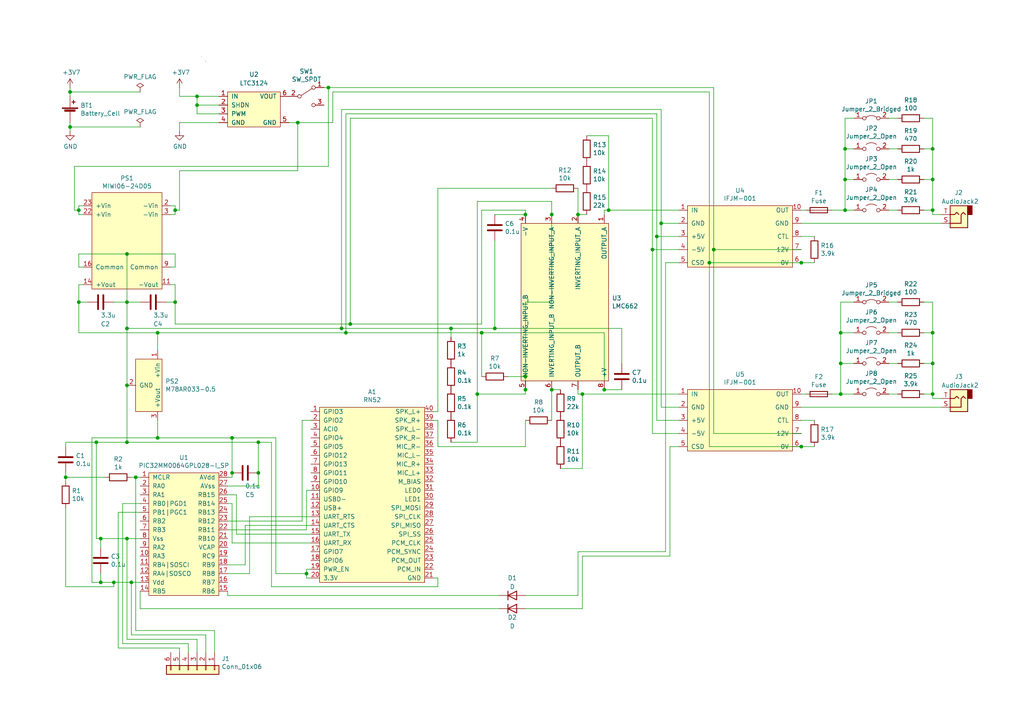
<source format=kicad_sch>
(kicad_sch (version 20211123) (generator eeschema)
  (paper "A4")
  (title_block (title "Circuit for EiMS Device") (date "2021-07-13") (rev "1.5") (company "Tokyo Tech") (comment 1 "Designed by Hiroki Ohara"))
  (lib_symbols
    (symbol "Connector:AudioJack2"
      (property "Reference" "J" (at 0 8.89 0))
      (property "Value" "AudioJack2" (at 0 6.35 0))
      (symbol "AudioJack2_0_1"
        (rectangle (start -3.81 0) (end -2.54 -2.54) (stroke (width 0.254)) (fill (type outline)))
        (rectangle (start -2.54 3.81) (end 2.54 -2.54) (stroke (width 0.254)) (fill (type background)))
        (polyline (pts (xy 0 0) (xy 0.635 -0.635) (xy 1.27 0) (xy 2.54 0)) (stroke (width 0.254)))
        (polyline (pts (xy 2.54 2.54) (xy -0.635 2.54) (xy -0.635 0) (xy -1.27 -0.635) (xy -1.905 0)) (stroke (width 0.254)))
      )
      (symbol "AudioJack2_1_1"
        (pin passive line (at 5.08 2.54 180) (length 2.54) (name "~") (number "S"))
        (pin passive line (at 5.08 0 180) (length 2.54) (name "~") (number "T"))
      )
    )
    (symbol "Connector_Generic:Conn_01x06" (pin_names (offset 1.016) hide)
      (property "Reference" "J" (at 0 7.62 0))
      (property "Value" "Conn_01x06" (at 0 -10.16 0))
      (symbol "Conn_01x06_1_1"
        (rectangle (start -1.27 -7.493) (end 0 -7.747) (stroke (width 0.1524)))
        (rectangle (start -1.27 -4.953) (end 0 -5.207) (stroke (width 0.1524)))
        (rectangle (start -1.27 -2.413) (end 0 -2.667) (stroke (width 0.1524)))
        (rectangle (start -1.27 0.127) (end 0 -0.127) (stroke (width 0.1524)))
        (rectangle (start -1.27 2.667) (end 0 2.413) (stroke (width 0.1524)))
        (rectangle (start -1.27 5.207) (end 0 4.953) (stroke (width 0.1524)))
        (rectangle (start -1.27 6.35) (end 1.27 -8.89) (stroke (width 0.254)) (fill (type background)))
        (pin passive line (at -5.08 5.08 0) (length 3.81) (name "Pin_1") (number "1"))
        (pin passive line (at -5.08 2.54 0) (length 3.81) (name "Pin_2") (number "2"))
        (pin passive line (at -5.08 0 0) (length 3.81) (name "Pin_3") (number "3"))
        (pin passive line (at -5.08 -2.54 0) (length 3.81) (name "Pin_4") (number "4"))
        (pin passive line (at -5.08 -5.08 0) (length 3.81) (name "Pin_5") (number "5"))
        (pin passive line (at -5.08 -7.62 0) (length 3.81) (name "Pin_6") (number "6"))
      )
    )
    (symbol "Device:Battery_Cell" (pin_numbers hide) (pin_names (offset 0) hide)
      (property "Reference" "BT" (at 2.54 2.54 0))
      (property "Value" "Battery_Cell" (at 2.54 0 0))
      (symbol "Battery_Cell_0_1"
        (rectangle (start -2.286 1.778) (end 2.286 1.524) (fill (type outline)))
        (rectangle (start -1.5748 1.1938) (end 1.4732 0.6858) (fill (type outline)))
        (polyline (pts (xy 0 0.762) (xy 0 0)))
        (polyline (pts (xy 0 1.778) (xy 0 2.54)))
        (polyline (pts (xy 0.508 3.429) (xy 1.524 3.429)) (stroke (width 0.254)))
        (polyline (pts (xy 1.016 3.937) (xy 1.016 2.921)) (stroke (width 0.254)))
      )
      (symbol "Battery_Cell_1_1"
        (pin passive line (at 0 5.08 270) (length 2.54) (name "+") (number "1"))
        (pin passive line (at 0 -2.54 90) (length 2.54) (name "-") (number "2"))
      )
    )
    (symbol "Device:C" (pin_numbers hide) (pin_names (offset 0.254))
      (property "Reference" "C" (at 0.635 2.54 0))
      (property "Value" "C" (at 0.635 -2.54 0))
      (symbol "C_0_1"
        (polyline (pts (xy -2.032 -0.762) (xy 2.032 -0.762)) (stroke (width 0.508)))
        (polyline (pts (xy -2.032 0.762) (xy 2.032 0.762)) (stroke (width 0.508)))
      )
      (symbol "C_1_1"
        (pin passive line (at 0 3.81 270) (length 2.794) (name "~") (number "1"))
        (pin passive line (at 0 -3.81 90) (length 2.794) (name "~") (number "2"))
      )
    )
    (symbol "Device:D" (pin_numbers hide) (pin_names (offset 1.016) hide)
      (property "Reference" "D" (at 0 2.54 0))
      (property "Value" "D" (at 0 -2.54 0))
      (symbol "D_0_1"
        (polyline (pts (xy -1.27 1.27) (xy -1.27 -1.27)) (stroke (width 0.254)))
        (polyline (pts (xy 1.27 0) (xy -1.27 0)))
        (polyline (pts (xy 1.27 1.27) (xy 1.27 -1.27) (xy -1.27 0) (xy 1.27 1.27)) (stroke (width 0.254)))
      )
      (symbol "D_1_1"
        (pin passive line (at -3.81 0 0) (length 2.54) (name "K") (number "1"))
        (pin passive line (at 3.81 0 180) (length 2.54) (name "A") (number "2"))
      )
    )
    (symbol "Device:Fuse" (pin_numbers hide) (pin_names (offset 0))
      (property "Reference" "F" (at 2.032 0 90))
      (property "Value" "Fuse" (at -1.905 0 90))
      (symbol "Fuse_0_1"
        (rectangle (start -0.762 -2.54) (end 0.762 2.54) (stroke (width 0.254)))
        (polyline (pts (xy 0 2.54) (xy 0 -2.54)))
      )
      (symbol "Fuse_1_1"
        (pin passive line (at 0 3.81 270) (length 1.27) (name "~") (number "1"))
        (pin passive line (at 0 -3.81 90) (length 1.27) (name "~") (number "2"))
      )
    )
    (symbol "Device:R" (pin_numbers hide) (pin_names (offset 0))
      (property "Reference" "R" (at 2.032 0 90))
      (property "Value" "R" (at 0 0 90))
      (symbol "R_0_1"
        (rectangle (start -1.016 -2.54) (end 1.016 2.54) (stroke (width 0.254)))
      )
      (symbol "R_1_1"
        (pin passive line (at 0 3.81 270) (length 1.27) (name "~") (number "1"))
        (pin passive line (at 0 -3.81 90) (length 1.27) (name "~") (number "2"))
      )
    )
    (symbol "DualEMS_PCB:+3V7" (power) (pin_names (offset 0))
      (property "Value" "+3V7" (at 0 3.81 0))
      (symbol "+3V7_1_1"
        (polyline (pts (xy -0.762 1.27) (xy 0 2.54)))
        (polyline (pts (xy 0 0) (xy 0 2.54)))
        (polyline (pts (xy 0 2.54) (xy 0.762 1.27)))
        (pin power_in line (at 0 0 90) (length 0) hide (name "+3V7") (number "1"))
      )
    )
    (symbol "DualEMS_PCB:IFJM-001" (pin_names (offset 1.016))
      (property "Reference" "U" (at -13.97 10.16 0))
      (property "Value" "IFJM-001" (at 10.16 10.16 0))
      (symbol "IFJM-001_0_1"
        (rectangle (start -15.24 8.89) (end 15.24 -8.89) (fill (type background)))
      )
      (symbol "IFJM-001_1_1"
        (pin input line (at -17.78 7.62 0) (length 2.54) (name "IN") (number "1"))
        (pin output line (at 17.78 7.62 180) (length 2.54) (name "OUT") (number "10"))
        (pin input line (at -17.78 3.81 0) (length 2.54) (name "GND") (number "2"))
        (pin power_in line (at -17.78 0 0) (length 2.54) (name "+5V") (number "3"))
        (pin power_in line (at -17.78 -3.81 0) (length 2.54) (name "-5V") (number "4"))
        (pin input line (at -17.78 -7.62 0) (length 2.54) (name "CSD") (number "5"))
        (pin power_in line (at 17.78 -7.62 180) (length 2.54) (name "0V") (number "6"))
        (pin power_in line (at 17.78 -3.81 180) (length 2.54) (name "12V") (number "7"))
        (pin input line (at 17.78 0 180) (length 2.54) (name "CTL") (number "8"))
        (pin output line (at 17.78 3.81 180) (length 2.54) (name "GND") (number "9"))
      )
    )
    (symbol "DualEMS_PCB:LMC662" (pin_names (offset 1.016))
      (property "Reference" "U" (at -21.59 13.97 0))
      (property "Value" "LMC662" (at 19.05 13.97 0))
      (symbol "LMC662_0_1"
        (rectangle (start -22.86 12.7) (end 22.86 -12.7) (fill (type background)))
      )
      (symbol "LMC662_1_1"
        (pin output line (at -25.4 11.43 0) (length 2.54) (name "OUTPUT_A") (number "1"))
        (pin input line (at -25.4 3.81 0) (length 2.54) (name "INVERTING_INPUT_A") (number "2"))
        (pin input line (at -25.4 -3.81 0) (length 2.54) (name "NON-INVERTING_INPUT_A") (number "3"))
        (pin power_in line (at -25.4 -11.43 0) (length 2.54) (name "-V") (number "4"))
        (pin input line (at 25.4 -11.43 180) (length 2.54) (name "NON-INVERTING_INPUT_B") (number "5"))
        (pin input line (at 25.4 -3.81 180) (length 2.54) (name "INVERTING_INPUT_B") (number "6"))
        (pin output line (at 25.4 3.81 180) (length 2.54) (name "OUTPUT_B") (number "7"))
        (pin power_in line (at 25.4 11.43 180) (length 2.54) (name "+V") (number "8"))
      )
    )
    (symbol "DualEMS_PCB:LTC3124" (pin_names (offset 1.016))
      (property "Reference" "U" (at -6.35 6.35 0))
      (property "Value" "LTC3124" (at 3.81 6.35 0))
      (symbol "LTC3124_0_0"
        (rectangle (start -15.24 15.24) (end -15.24 15.24))
        (rectangle (start -13.97 13.97) (end -13.97 13.97))
        (rectangle (start -7.62 5.08) (end -7.62 5.08))
        (rectangle (start -6.35 -17.78) (end -6.35 -17.78))
      )
      (symbol "LTC3124_0_1"
        (rectangle (start -7.62 5.08) (end 7.62 -5.08) (fill (type background)))
      )
      (symbol "LTC3124_1_1"
        (pin power_in line (at -10.16 3.81 0) (length 2.54) (name "IN") (number "1"))
        (pin input line (at -10.16 1.27 0) (length 2.54) (name "SHDN") (number "2"))
        (pin input line (at -10.16 -1.27 0) (length 2.54) (name "PWM") (number "3"))
        (pin power_in line (at -10.16 -3.81 0) (length 2.54) (name "GND") (number "4"))
        (pin power_out line (at 10.16 -3.81 180) (length 2.54) (name "GND") (number "5"))
        (pin power_out line (at 10.16 3.81 180) (length 2.54) (name "VOUT") (number "6"))
      )
    )
    (symbol "DualEMS_PCB:M78AR033-0.5" (pin_names (offset 1.016))
      (property "Reference" "PS" (at -6.35 7.62 0))
      (property "Value" "M78AR033-0.5" (at 7.62 7.62 0))
      (symbol "M78AR033-0.5_0_1"
        (rectangle (start -7.62 3.81) (end 7.62 -3.81) (fill (type background)))
      )
      (symbol "M78AR033-0.5_1_1"
        (pin power_in line (at -10.16 2.54 0) (length 2.54) (name "+Vin") (number "1"))
        (pin power_in line (at 0 -6.35 90) (length 2.54) (name "GND") (number "2"))
        (pin power_out line (at 10.16 2.54 180) (length 2.54) (name "+Vout") (number "3"))
      )
    )
    (symbol "DualEMS_PCB:MIWI06-24D05" (pin_names (offset 1.016))
      (property "Reference" "PS" (at -12.7 25.4 0))
      (property "Value" "MIWI06-24D05" (at 7.62 25.4 0))
      (symbol "MIWI06-24D05_0_1"
        (rectangle (start 13.97 -10.16) (end -13.97 10.16) (fill (type background)))
      )
      (symbol "MIWI06-24D05_1_1"
        (pin power_out line (at 12.7 12.7 270) (length 2.54) (name "-Vout") (number "11"))
        (pin power_out line (at 12.7 -12.7 90) (length 2.54) (name "+Vout") (number "14"))
        (pin passive line (at 7.62 -12.7 90) (length 2.54) (name "Common") (number "16"))
        (pin power_in line (at -10.16 12.7 270) (length 2.54) (name "-Vin") (number "2"))
        (pin power_in line (at -7.62 -12.7 90) (length 2.54) (name "+Vin") (number "22"))
        (pin power_in line (at -10.16 -12.7 90) (length 2.54) (name "+Vin") (number "23"))
        (pin power_in line (at -7.62 12.7 270) (length 2.54) (name "-Vin") (number "3"))
        (pin power_out line (at 7.62 12.7 270) (length 2.54) (name "Common") (number "9"))
      )
    )
    (symbol "DualEMS_PCB:PIC32MM0064GPL028-I_SP" (pin_names (offset 1.016))
      (property "Reference" "U" (at -8.89 20.32 0))
      (property "Value" "PIC32MM0064GPL028-I_SP" (at 8.89 20.32 0))
      (symbol "PIC32MM0064GPL028-I_SP_0_1"
        (rectangle (start -10.16 17.78) (end 10.16 -17.78) (fill (type background)))
      )
      (symbol "PIC32MM0064GPL028-I_SP_1_1"
        (pin input line (at -12.7 16.51 0) (length 2.54) (name "MCLR") (number "1"))
        (pin bidirectional line (at -12.7 -6.35 0) (length 2.54) (name "RA3") (number "10"))
        (pin input line (at -12.7 -8.89 0) (length 2.54) (name "RB4|SOSCI") (number "11"))
        (pin output line (at -12.7 -11.43 0) (length 2.54) (name "RA4|SOSCO") (number "12"))
        (pin power_in line (at -12.7 -13.97 0) (length 2.54) (name "Vdd") (number "13"))
        (pin bidirectional line (at -12.7 -16.51 0) (length 2.54) (name "RB5") (number "14"))
        (pin bidirectional line (at 12.7 -16.51 180) (length 2.54) (name "RB6") (number "15"))
        (pin bidirectional line (at 12.7 -13.97 180) (length 2.54) (name "RB7") (number "16"))
        (pin bidirectional line (at 12.7 -11.43 180) (length 2.54) (name "RB8") (number "17"))
        (pin bidirectional line (at 12.7 -8.89 180) (length 2.54) (name "RB9") (number "18"))
        (pin bidirectional line (at 12.7 -6.35 180) (length 2.54) (name "RC9") (number "19"))
        (pin bidirectional line (at -12.7 13.97 0) (length 2.54) (name "RA0") (number "2"))
        (pin power_in line (at 12.7 -3.81 180) (length 2.54) (name "VCAP") (number "20"))
        (pin bidirectional line (at 12.7 -1.27 180) (length 2.54) (name "RB10") (number "21"))
        (pin bidirectional line (at 12.7 1.27 180) (length 2.54) (name "RB11") (number "22"))
        (pin bidirectional line (at 12.7 3.81 180) (length 2.54) (name "RB12") (number "23"))
        (pin bidirectional line (at 12.7 6.35 180) (length 2.54) (name "RB13") (number "24"))
        (pin bidirectional line (at 12.7 8.89 180) (length 2.54) (name "RB14") (number "25"))
        (pin bidirectional line (at 12.7 11.43 180) (length 2.54) (name "RB15") (number "26"))
        (pin power_in line (at 12.7 13.97 180) (length 2.54) (name "AVss") (number "27"))
        (pin power_in line (at 12.7 16.51 180) (length 2.54) (name "AVdd") (number "28"))
        (pin bidirectional line (at -12.7 11.43 0) (length 2.54) (name "RA1") (number "3"))
        (pin input line (at -12.7 8.89 0) (length 2.54) (name "RB0|PGD1") (number "4"))
        (pin input line (at -12.7 6.35 0) (length 2.54) (name "PB1|PGC1") (number "5"))
        (pin bidirectional line (at -12.7 3.81 0) (length 2.54) (name "RB2") (number "6"))
        (pin bidirectional line (at -12.7 1.27 0) (length 2.54) (name "RB3") (number "7"))
        (pin power_in line (at -12.7 -1.27 0) (length 2.54) (name "Vss") (number "8"))
        (pin bidirectional line (at -12.7 -3.81 0) (length 2.54) (name "RA2") (number "9"))
      )
    )
    (symbol "DualEMS_PCB:RN52" (pin_names (offset 1.016))
      (property "Reference" "A" (at -13.97 26.67 0))
      (property "Value" "RN52" (at 12.7 26.67 0))
      (symbol "RN52_0_1"
        (rectangle (start -15.24 25.4) (end 15.24 -25.4) (fill (type background)))
      )
      (symbol "RN52_1_1"
        (pin input line (at -17.78 24.13 0) (length 2.54) (name "GPIO3") (number "1"))
        (pin input line (at -17.78 1.27 0) (length 2.54) (name "GPIO9") (number "10"))
        (pin bidirectional line (at -17.78 -1.27 0) (length 2.54) (name "USBD-") (number "11"))
        (pin bidirectional line (at -17.78 -3.81 0) (length 2.54) (name "USB+") (number "12"))
        (pin output line (at -17.78 -6.35 0) (length 2.54) (name "UART_RTS") (number "13"))
        (pin input line (at -17.78 -8.89 0) (length 2.54) (name "UART_CTS") (number "14"))
        (pin output line (at -17.78 -11.43 0) (length 2.54) (name "UART_TX") (number "15"))
        (pin input line (at -17.78 -13.97 0) (length 2.54) (name "UART_RX") (number "16"))
        (pin bidirectional line (at -17.78 -16.51 0) (length 2.54) (name "GPIO7") (number "17"))
        (pin bidirectional line (at -17.78 -19.05 0) (length 2.54) (name "GPIO6") (number "18"))
        (pin input line (at -17.78 -21.59 0) (length 2.54) (name "PWR_EN") (number "19"))
        (pin output line (at -17.78 21.59 0) (length 2.54) (name "GPIO2") (number "2"))
        (pin power_in line (at -17.78 -24.13 0) (length 2.54) (name "3.3V") (number "20"))
        (pin power_in line (at 17.78 -24.13 180) (length 2.54) (name "GND") (number "21"))
        (pin input line (at 17.78 -21.59 180) (length 2.54) (name "PCM_IN") (number "22"))
        (pin output line (at 17.78 -19.05 180) (length 2.54) (name "PCM_OUT") (number "23"))
        (pin output line (at 17.78 -16.51 180) (length 2.54) (name "PCM_SYNC") (number "24"))
        (pin input line (at 17.78 -13.97 180) (length 2.54) (name "PCM_CLK") (number "25"))
        (pin input line (at 17.78 -11.43 180) (length 2.54) (name "SPI_SS") (number "26"))
        (pin output line (at 17.78 -8.89 180) (length 2.54) (name "SPI_MISO") (number "27"))
        (pin input line (at 17.78 -6.35 180) (length 2.54) (name "SPI_CLK") (number "28"))
        (pin input line (at 17.78 -3.81 180) (length 2.54) (name "SPI_MOSI") (number "29"))
        (pin bidirectional line (at -17.78 19.05 0) (length 2.54) (name "ACI0") (number "3"))
        (pin output line (at 17.78 -1.27 180) (length 2.54) (name "LED1") (number "30"))
        (pin output line (at 17.78 1.27 180) (length 2.54) (name "LED0") (number "31"))
        (pin output line (at 17.78 3.81 180) (length 2.54) (name "M_BIAS") (number "32"))
        (pin input line (at 17.78 6.35 180) (length 2.54) (name "MIC_L+") (number "33"))
        (pin input line (at 17.78 8.89 180) (length 2.54) (name "MIC_R+") (number "34"))
        (pin input line (at 17.78 11.43 180) (length 2.54) (name "MIC_L-") (number "35"))
        (pin input line (at 17.78 13.97 180) (length 2.54) (name "MIC_R-") (number "36"))
        (pin output line (at 17.78 16.51 180) (length 2.54) (name "SPK_R-") (number "37"))
        (pin output line (at 17.78 19.05 180) (length 2.54) (name "SPK_L-") (number "38"))
        (pin output line (at 17.78 21.59 180) (length 2.54) (name "SPK_R+") (number "39"))
        (pin input line (at -17.78 16.51 0) (length 2.54) (name "GPIO4") (number "4"))
        (pin output line (at 17.78 24.13 180) (length 2.54) (name "SPK_L+") (number "40"))
        (pin bidirectional line (at -17.78 13.97 0) (length 2.54) (name "GPIO5") (number "5"))
        (pin bidirectional line (at -17.78 11.43 0) (length 2.54) (name "GPIO12") (number "6"))
        (pin bidirectional line (at -17.78 8.89 0) (length 2.54) (name "GPIO13") (number "7"))
        (pin bidirectional line (at -17.78 6.35 0) (length 2.54) (name "GPIO11") (number "8"))
        (pin bidirectional line (at -17.78 3.81 0) (length 2.54) (name "GPIO10") (number "9"))
      )
    )
    (symbol "Jumper:Jumper_2_Bridged" (pin_names (offset 0) hide)
      (property "Reference" "JP" (at 0 1.905 0))
      (property "Value" "Jumper_2_Bridged" (at 0 -2.54 0))
      (symbol "Jumper_2_Bridged_0_0"
        (circle (center -2.032 0) (radius 0.508))
        (circle (center 2.032 0) (radius 0.508))
      )
      (symbol "Jumper_2_Bridged_0_1"
        (arc (start 1.524 0.254) (mid 0 0.762) (end -1.524 0.254))
      )
      (symbol "Jumper_2_Bridged_1_1"
        (pin passive line (at -5.08 0 0) (length 2.54) (name "A") (number "1"))
        (pin passive line (at 5.08 0 180) (length 2.54) (name "B") (number "2"))
      )
    )
    (symbol "Jumper:Jumper_2_Open" (pin_names (offset 0) hide)
      (property "Reference" "JP" (at 0 2.794 0))
      (property "Value" "Jumper_2_Open" (at 0 -2.286 0))
      (symbol "Jumper_2_Open_0_0"
        (circle (center -2.032 0) (radius 0.508))
        (circle (center 2.032 0) (radius 0.508))
      )
      (symbol "Jumper_2_Open_0_1"
        (arc (start 1.524 1.27) (mid 0 1.778) (end -1.524 1.27))
      )
      (symbol "Jumper_2_Open_1_1"
        (pin passive line (at -5.08 0 0) (length 2.54) (name "A") (number "1"))
        (pin passive line (at 5.08 0 180) (length 2.54) (name "B") (number "2"))
      )
    )
    (symbol "Switch:SW_SPDT" (pin_names (offset 0) hide)
      (property "Reference" "SW" (at 0 4.318 0))
      (property "Value" "SW_SPDT" (at 0 -5.08 0))
      (symbol "SW_SPDT_0_0"
        (circle (center -2.032 0) (radius 0.508))
        (circle (center 2.032 -2.54) (radius 0.508))
      )
      (symbol "SW_SPDT_0_1"
        (polyline (pts (xy -1.524 0.254) (xy 1.651 2.286)))
        (circle (center 2.032 2.54) (radius 0.508))
      )
      (symbol "SW_SPDT_1_1"
        (pin passive line (at 5.08 2.54 180) (length 2.54) (name "A") (number "1"))
        (pin passive line (at -5.08 0 0) (length 2.54) (name "B") (number "2"))
        (pin passive line (at 5.08 -2.54 180) (length 2.54) (name "C") (number "3"))
      )
    )
    (symbol "power:GND" (power) (pin_names (offset 0))
      (property "Value" "GND" (at 0 -3.81 0))
      (symbol "GND_0_1"
        (polyline (pts (xy 0 0) (xy 0 -1.27) (xy 1.27 -1.27) (xy 0 -2.54) (xy -1.27 -1.27) (xy 0 -1.27)))
      )
      (symbol "GND_1_1"
        (pin power_in line (at 0 0 270) (length 0) hide (name "GND") (number "1"))
      )
    )
    (symbol "power:PWR_FLAG" (power) (pin_numbers hide) (pin_names (offset 0) hide)
      (property "Value" "PWR_FLAG" (at 0 3.81 0))
      (symbol "PWR_FLAG_0_0"
        (pin power_out line (at 0 0 90) (length 0) (name "pwr") (number "1"))
      )
      (symbol "PWR_FLAG_0_1"
        (polyline (pts (xy 0 0) (xy 0 1.27) (xy -1.016 1.905) (xy 0 2.54) (xy 1.016 1.905) (xy 0 1.27)))
      )
    )
  )
  (junction (at 29.21 168.91))
  (junction (at 232.41 76.2))
  (junction (at 101.6 93.98))
  (junction (at 20.32 36.83))
  (junction (at 38.1 168.91))
  (junction (at 168.91 114.3))
  (junction (at 88.9 166.37))
  (junction (at 67.31 137.16))
  (junction (at 22.86 87.63))
  (junction (at 67.31 127))
  (junction (at 74.93 137.16))
  (junction (at 95.25 25.4))
  (junction (at 232.41 129.54))
  (junction (at 45.72 127))
  (junction (at 45.72 96.52))
  (junction (at 243.84 114.3))
  (junction (at 99.06 95.25))
  (junction (at 19.05 138.43))
  (junction (at 160.02 113.03))
  (junction (at 138.43 114.3))
  (junction (at 270.51 96.52))
  (junction (at 205.74 76.2))
  (junction (at 100.33 96.52))
  (junction (at 243.84 96.52))
  (junction (at 176.53 60.96))
  (junction (at 152.4 113.03))
  (junction (at 245.11 60.96))
  (junction (at 36.83 95.25))
  (junction (at 139.7 96.52))
  (junction (at 190.5 68.58))
  (junction (at 57.15 27.94))
  (junction (at 36.83 128.27))
  (junction (at 243.84 105.41))
  (junction (at 143.51 95.25))
  (junction (at 152.4 109.22))
  (junction (at 270.51 52.07))
  (junction (at 50.8 87.63))
  (junction (at 152.4 62.23))
  (junction (at 86.36 35.56))
  (junction (at 39.37 138.43))
  (junction (at 57.15 30.48))
  (junction (at 270.51 60.96))
  (junction (at 175.26 113.03))
  (junction (at 74.93 128.27))
  (junction (at 189.23 72.39))
  (junction (at 20.32 26.67))
  (junction (at 33.02 168.91))
  (junction (at 160.02 62.23))
  (junction (at 270.51 105.41))
  (junction (at 207.01 72.39))
  (junction (at 36.83 87.63))
  (junction (at 36.83 73.66))
  (junction (at 50.8 60.96))
  (junction (at 167.64 62.23))
  (junction (at 245.11 43.18))
  (junction (at 29.21 156.21))
  (junction (at 36.83 111.76))
  (junction (at 270.51 43.18))
  (junction (at 270.51 114.3))
  (junction (at 27.94 128.27))
  (junction (at 191.77 64.77))
  (junction (at 130.81 95.25))
  (junction (at 22.86 60.96))
  (junction (at 36.83 156.21))
  (junction (at 245.11 52.07))
  (wire (pts (xy 88.9 153.67) (xy 88.9 142.24)))
  (wire (pts (xy 72.39 149.86) (xy 90.17 149.86)))
  (wire (pts (xy 68.58 154.94) (xy 90.17 154.94)))
  (wire (pts (xy 270.51 60.96) (xy 270.51 62.23)))
  (wire (pts (xy 167.64 114.3) (xy 167.64 113.03)))
  (wire (pts (xy 50.8 93.98) (xy 101.6 93.98)))
  (wire (pts (xy 59.69 189.23) (xy 59.69 184.15)))
  (wire (pts (xy 167.64 160.02) (xy 167.64 172.72)))
  (wire (pts (xy 99.06 31.75) (xy 191.77 31.75)))
  (wire (pts (xy 45.72 127) (xy 67.31 127)))
  (wire (pts (xy 232.41 60.96) (xy 233.68 60.96)))
  (wire (pts (xy 205.74 26.67) (xy 96.52 26.67)))
  (wire (pts (xy 52.07 25.4) (xy 52.07 27.94)))
  (wire (pts (xy 267.97 114.3) (xy 270.51 114.3)))
  (wire (pts (xy 207.01 72.39) (xy 207.01 125.73)))
  (wire (pts (xy 21.59 60.96) (xy 22.86 60.96)))
  (wire (pts (xy 33.02 170.18) (xy 19.05 170.18)))
  (wire (pts (xy 33.02 168.91) (xy 38.1 168.91)))
  (wire (pts (xy 139.7 60.96) (xy 139.7 93.98)))
  (wire (pts (xy 267.97 60.96) (xy 270.51 60.96)))
  (wire (pts (xy 176.53 60.96) (xy 196.85 60.96)))
  (wire (pts (xy 260.35 96.52) (xy 257.81 96.52)))
  (wire (pts (xy 29.21 156.21) (xy 27.94 156.21)))
  (wire (pts (xy 241.3 60.96) (xy 245.11 60.96)))
  (wire (pts (xy 87.63 121.92) (xy 90.17 121.92)))
  (wire (pts (xy 57.15 185.42) (xy 36.83 185.42)))
  (wire (pts (xy 257.81 87.63) (xy 260.35 87.63)))
  (wire (pts (xy 193.04 160.02) (xy 167.64 160.02)))
  (wire (pts (xy 19.05 129.54) (xy 19.05 128.27)))
  (wire (pts (xy 20.32 36.83) (xy 40.64 36.83)))
  (wire (pts (xy 196.85 129.54) (xy 194.31 129.54)))
  (wire (pts (xy 88.9 142.24) (xy 90.17 142.24)))
  (wire (pts (xy 205.74 76.2) (xy 205.74 129.54)))
  (wire (pts (xy 160.02 58.42) (xy 160.02 62.23)))
  (wire (pts (xy 270.51 105.41) (xy 270.51 114.3)))
  (wire (pts (xy 160.02 54.61) (xy 127 54.61)))
  (wire (pts (xy 207.01 72.39) (xy 232.41 72.39)))
  (wire (pts (xy 196.85 64.77) (xy 191.77 64.77)))
  (wire (pts (xy 130.81 97.79) (xy 130.81 95.25)))
  (wire (pts (xy 168.91 135.89) (xy 168.91 114.3)))
  (wire (pts (xy 71.12 152.4) (xy 90.17 152.4)))
  (wire (pts (xy 101.6 34.29) (xy 101.6 93.98)))
  (wire (pts (xy 205.74 129.54) (xy 232.41 129.54)))
  (wire (pts (xy 247.65 60.96) (xy 245.11 60.96)))
  (wire (pts (xy 63.5 27.94) (xy 57.15 27.94)))
  (wire (pts (xy 162.56 135.89) (xy 168.91 135.89)))
  (wire (pts (xy 190.5 121.92) (xy 196.85 121.92)))
  (wire (pts (xy 86.36 49.53) (xy 86.36 35.56)))
  (wire (pts (xy 52.07 49.53) (xy 52.07 60.96)))
  (wire (pts (xy 21.59 48.26) (xy 21.59 60.96)))
  (wire (pts (xy 99.06 31.75) (xy 99.06 95.25)))
  (wire (pts (xy 88.9 166.37) (xy 88.9 165.1)))
  (wire (pts (xy 26.67 127) (xy 45.72 127)))
  (wire (pts (xy 267.97 105.41) (xy 270.51 105.41)))
  (wire (pts (xy 101.6 93.98) (xy 139.7 93.98)))
  (wire (pts (xy 36.83 73.66) (xy 36.83 87.63)))
  (wire (pts (xy 27.94 128.27) (xy 36.83 128.27)))
  (wire (pts (xy 160.02 113.03) (xy 162.56 113.03)))
  (wire (pts (xy 267.97 52.07) (xy 270.51 52.07)))
  (wire (pts (xy 24.13 62.23) (xy 22.86 62.23)))
  (wire (pts (xy 160.02 62.23) (xy 160.02 87.63)))
  (wire (pts (xy 20.32 26.67) (xy 20.32 27.94)))
  (wire (pts (xy 87.63 151.13) (xy 87.63 121.92)))
  (wire (pts (xy 50.8 87.63) (xy 48.26 87.63)))
  (wire (pts (xy 245.11 43.18) (xy 245.11 52.07)))
  (wire (pts (xy 45.72 96.52) (xy 100.33 96.52)))
  (wire (pts (xy 49.53 77.47) (xy 50.8 77.47)))
  (wire (pts (xy 74.93 128.27) (xy 78.74 128.27)))
  (wire (pts (xy 36.83 87.63) (xy 40.64 87.63)))
  (wire (pts (xy 176.53 39.37) (xy 176.53 60.96)))
  (wire (pts (xy 22.86 73.66) (xy 22.86 77.47)))
  (wire (pts (xy 50.8 87.63) (xy 50.8 93.98)))
  (wire (pts (xy 175.26 113.03) (xy 180.34 113.03)))
  (wire (pts (xy 270.51 87.63) (xy 270.51 96.52)))
  (wire (pts (xy 50.8 60.96) (xy 50.8 62.23)))
  (wire (pts (xy 52.07 187.96) (xy 34.29 187.96)))
  (wire (pts (xy 40.64 26.67) (xy 20.32 26.67)))
  (wire (pts (xy 33.02 87.63) (xy 36.83 87.63)))
  (wire (pts (xy 66.04 143.51) (xy 68.58 143.51)))
  (wire (pts (xy 50.8 77.47) (xy 50.8 73.66)))
  (wire (pts (xy 36.83 73.66) (xy 50.8 73.66)))
  (wire (pts (xy 52.07 60.96) (xy 50.8 60.96)))
  (wire (pts (xy 52.07 49.53) (xy 86.36 49.53)))
  (wire (pts (xy 34.29 148.59) (xy 40.64 148.59)))
  (wire (pts (xy 95.25 25.4) (xy 95.25 48.26)))
  (wire (pts (xy 232.41 129.54) (xy 236.22 129.54)))
  (wire (pts (xy 152.4 172.72) (xy 167.64 172.72)))
  (wire (pts (xy 40.64 176.53) (xy 144.78 176.53)))
  (wire (pts (xy 45.72 121.92) (xy 45.72 127)))
  (wire (pts (xy 196.85 68.58) (xy 190.5 68.58)))
  (wire (pts (xy 152.4 109.22) (xy 152.4 113.03)))
  (wire (pts (xy 247.65 52.07) (xy 245.11 52.07)))
  (wire (pts (xy 257.81 114.3) (xy 260.35 114.3)))
  (wire (pts (xy 236.22 121.92) (xy 232.41 121.92)))
  (wire (pts (xy 175.26 96.52) (xy 175.26 113.03)))
  (wire (pts (xy 257.81 52.07) (xy 260.35 52.07)))
  (wire (pts (xy 160.02 58.42) (xy 138.43 58.42)))
  (wire (pts (xy 152.4 176.53) (xy 168.91 176.53)))
  (wire (pts (xy 127 129.54) (xy 152.4 129.54)))
  (wire (pts (xy 22.86 60.96) (xy 22.86 62.23)))
  (wire (pts (xy 88.9 167.64) (xy 88.9 166.37)))
  (wire (pts (xy 191.77 118.11) (xy 196.85 118.11)))
  (wire (pts (xy 270.51 114.3) (xy 270.51 115.57)))
  (wire (pts (xy 167.64 62.23) (xy 170.18 62.23)))
  (wire (pts (xy 54.61 186.69) (xy 35.56 186.69)))
  (wire (pts (xy 170.18 39.37) (xy 176.53 39.37)))
  (wire (pts (xy 138.43 58.42) (xy 138.43 114.3)))
  (wire (pts (xy 205.74 76.2) (xy 232.41 76.2)))
  (wire (pts (xy 66.04 172.72) (xy 144.78 172.72)))
  (wire (pts (xy 243.84 96.52) (xy 243.84 87.63)))
  (wire (pts (xy 190.5 33.02) (xy 100.33 33.02)))
  (wire (pts (xy 57.15 189.23) (xy 57.15 185.42)))
  (wire (pts (xy 34.29 187.96) (xy 34.29 148.59)))
  (wire (pts (xy 88.9 165.1) (xy 90.17 165.1)))
  (wire (pts (xy 57.15 30.48) (xy 57.15 27.94)))
  (wire (pts (xy 19.05 128.27) (xy 27.94 128.27)))
  (wire (pts (xy 54.61 189.23) (xy 54.61 186.69)))
  (wire (pts (xy 49.53 82.55) (xy 50.8 82.55)))
  (wire (pts (xy 267.97 43.18) (xy 270.51 43.18)))
  (wire (pts (xy 22.86 59.69) (xy 24.13 59.69)))
  (wire (pts (xy 27.94 128.27) (xy 27.94 156.21)))
  (wire (pts (xy 193.04 76.2) (xy 193.04 160.02)))
  (wire (pts (xy 66.04 163.83) (xy 71.12 163.83)))
  (wire (pts (xy 257.81 105.41) (xy 260.35 105.41)))
  (wire (pts (xy 139.7 96.52) (xy 175.26 96.52)))
  (wire (pts (xy 49.53 62.23) (xy 50.8 62.23)))
  (wire (pts (xy 152.4 87.63) (xy 152.4 109.22)))
  (wire (pts (xy 36.83 95.25) (xy 36.83 111.76)))
  (wire (pts (xy 19.05 147.32) (xy 19.05 170.18)))
  (wire (pts (xy 232.41 118.11) (xy 273.05 118.11)))
  (wire (pts (xy 130.81 95.25) (xy 143.51 95.25)))
  (wire (pts (xy 127 170.18) (xy 127 167.64)))
  (wire (pts (xy 39.37 182.88) (xy 62.23 182.88)))
  (wire (pts (xy 125.73 119.38) (xy 127 119.38)))
  (wire (pts (xy 21.59 48.26) (xy 95.25 48.26)))
  (wire (pts (xy 22.86 87.63) (xy 25.4 87.63)))
  (wire (pts (xy 38.1 138.43) (xy 39.37 138.43)))
  (wire (pts (xy 40.64 171.45) (xy 40.64 176.53)))
  (wire (pts (xy 20.32 25.4) (xy 20.32 26.67)))
  (wire (pts (xy 30.48 138.43) (xy 19.05 138.43)))
  (wire (pts (xy 86.36 35.56) (xy 83.82 35.56)))
  (wire (pts (xy 205.74 26.67) (xy 205.74 76.2)))
  (wire (pts (xy 99.06 95.25) (xy 130.81 95.25)))
  (wire (pts (xy 168.91 161.29) (xy 168.91 176.53)))
  (wire (pts (xy 241.3 114.3) (xy 243.84 114.3)))
  (wire (pts (xy 67.31 127) (xy 80.01 127)))
  (wire (pts (xy 80.01 127) (xy 80.01 166.37)))
  (wire (pts (xy 68.58 143.51) (xy 68.58 154.94)))
  (wire (pts (xy 243.84 114.3) (xy 247.65 114.3)))
  (wire (pts (xy 22.86 96.52) (xy 45.72 96.52)))
  (wire (pts (xy 66.04 151.13) (xy 87.63 151.13)))
  (wire (pts (xy 66.04 146.05) (xy 67.31 146.05)))
  (wire (pts (xy 267.97 96.52) (xy 270.51 96.52)))
  (wire (pts (xy 243.84 105.41) (xy 247.65 105.41)))
  (wire (pts (xy 245.11 52.07) (xy 245.11 60.96)))
  (wire (pts (xy 22.86 82.55) (xy 22.86 87.63)))
  (wire (pts (xy 63.5 35.56) (xy 52.07 35.56)))
  (wire (pts (xy 152.4 113.03) (xy 152.4 114.3)))
  (wire (pts (xy 127 167.64) (xy 125.73 167.64)))
  (wire (pts (xy 22.86 73.66) (xy 36.83 73.66)))
  (wire (pts (xy 207.01 125.73) (xy 232.41 125.73)))
  (wire (pts (xy 38.1 168.91) (xy 40.64 168.91)))
  (wire (pts (xy 175.26 60.96) (xy 176.53 60.96)))
  (wire (pts (xy 270.51 62.23) (xy 273.05 62.23)))
  (wire (pts (xy 66.04 140.97) (xy 74.93 140.97)))
  (wire (pts (xy 168.91 114.3) (xy 196.85 114.3)))
  (wire (pts (xy 233.68 114.3) (xy 232.41 114.3)))
  (wire (pts (xy 22.86 59.69) (xy 22.86 60.96)))
  (wire (pts (xy 36.83 111.76) (xy 36.83 128.27)))
  (wire (pts (xy 52.07 189.23) (xy 52.07 187.96)))
  (wire (pts (xy 232.41 64.77) (xy 273.05 64.77)))
  (wire (pts (xy 22.86 77.47) (xy 24.13 77.47)))
  (wire (pts (xy 29.21 166.37) (xy 29.21 168.91)))
  (wire (pts (xy 36.83 156.21) (xy 36.83 185.42)))
  (wire (pts (xy 267.97 34.29) (xy 270.51 34.29)))
  (wire (pts (xy 19.05 137.16) (xy 19.05 138.43)))
  (wire (pts (xy 189.23 125.73) (xy 196.85 125.73)))
  (wire (pts (xy 59.69 184.15) (xy 38.1 184.15)))
  (wire (pts (xy 26.67 127) (xy 26.67 168.91)))
  (wire (pts (xy 232.41 76.2) (xy 236.22 76.2)))
  (wire (pts (xy 267.97 87.63) (xy 270.51 87.63)))
  (wire (pts (xy 270.51 96.52) (xy 270.51 105.41)))
  (wire (pts (xy 93.98 25.4) (xy 95.25 25.4)))
  (wire (pts (xy 66.04 153.67) (xy 88.9 153.67)))
  (wire (pts (xy 29.21 158.75) (xy 29.21 156.21)))
  (wire (pts (xy 190.5 68.58) (xy 190.5 121.92)))
  (wire (pts (xy 127 121.92) (xy 127 129.54)))
  (wire (pts (xy 143.51 62.23) (xy 152.4 62.23)))
  (wire (pts (xy 35.56 186.69) (xy 35.56 146.05)))
  (wire (pts (xy 270.51 34.29) (xy 270.51 43.18)))
  (wire (pts (xy 36.83 128.27) (xy 74.93 128.27)))
  (wire (pts (xy 90.17 167.64) (xy 88.9 167.64)))
  (wire (pts (xy 20.32 35.56) (xy 20.32 36.83)))
  (wire (pts (xy 71.12 152.4) (xy 71.12 163.83)))
  (wire (pts (xy 160.02 87.63) (xy 152.4 87.63)))
  (wire (pts (xy 67.31 127) (xy 67.31 137.16)))
  (wire (pts (xy 143.51 69.85) (xy 143.51 95.25)))
  (wire (pts (xy 243.84 87.63) (xy 247.65 87.63)))
  (wire (pts (xy 152.4 60.96) (xy 152.4 62.23)))
  (wire (pts (xy 29.21 156.21) (xy 36.83 156.21)))
  (wire (pts (xy 175.26 60.96) (xy 175.26 62.23)))
  (wire (pts (xy 80.01 166.37) (xy 88.9 166.37)))
  (wire (pts (xy 36.83 95.25) (xy 99.06 95.25)))
  (wire (pts (xy 20.32 36.83) (xy 20.32 38.1)))
  (wire (pts (xy 29.21 168.91) (xy 33.02 168.91)))
  (wire (pts (xy 19.05 138.43) (xy 19.05 139.7)))
  (wire (pts (xy 138.43 128.27) (xy 138.43 114.3)))
  (wire (pts (xy 67.31 146.05) (xy 67.31 157.48)))
  (wire (pts (xy 139.7 60.96) (xy 152.4 60.96)))
  (wire (pts (xy 127 119.38) (xy 127 54.61)))
  (wire (pts (xy 193.04 76.2) (xy 196.85 76.2)))
  (wire (pts (xy 152.4 129.54) (xy 152.4 121.92)))
  (wire (pts (xy 100.33 33.02) (xy 100.33 96.52)))
  (wire (pts (xy 66.04 166.37) (xy 72.39 166.37)))
  (wire (pts (xy 78.74 128.27) (xy 78.74 170.18)))
  (wire (pts (xy 67.31 138.43) (xy 66.04 138.43)))
  (wire (pts (xy 38.1 168.91) (xy 38.1 184.15)))
  (wire (pts (xy 35.56 146.05) (xy 40.64 146.05)))
  (wire (pts (xy 243.84 114.3) (xy 243.84 105.41)))
  (wire (pts (xy 139.7 109.22) (xy 139.7 96.52)))
  (wire (pts (xy 257.81 34.29) (xy 260.35 34.29)))
  (wire (pts (xy 194.31 129.54) (xy 194.31 161.29)))
  (wire (pts (xy 247.65 43.18) (xy 245.11 43.18)))
  (wire (pts (xy 232.41 68.58) (xy 236.22 68.58)))
  (wire (pts (xy 39.37 138.43) (xy 39.37 182.88)))
  (wire (pts (xy 57.15 33.02) (xy 57.15 30.48)))
  (wire (pts (xy 247.65 96.52) (xy 243.84 96.52)))
  (wire (pts (xy 101.6 34.29) (xy 189.23 34.29)))
  (wire (pts (xy 63.5 33.02) (xy 57.15 33.02)))
  (wire (pts (xy 50.8 59.69) (xy 49.53 59.69)))
  (wire (pts (xy 67.31 137.16) (xy 67.31 138.43)))
  (wire (pts (xy 96.52 26.67) (xy 96.52 35.56)))
  (wire (pts (xy 189.23 72.39) (xy 189.23 125.73)))
  (wire (pts (xy 191.77 64.77) (xy 191.77 118.11)))
  (wire (pts (xy 36.83 87.63) (xy 36.83 95.25)))
  (wire (pts (xy 67.31 157.48) (xy 90.17 157.48)))
  (wire (pts (xy 50.8 59.69) (xy 50.8 60.96)))
  (wire (pts (xy 66.04 171.45) (xy 66.04 172.72)))
  (wire (pts (xy 207.01 25.4) (xy 207.01 72.39)))
  (wire (pts (xy 247.65 34.29) (xy 245.11 34.29)))
  (wire (pts (xy 194.31 161.29) (xy 168.91 161.29)))
  (wire (pts (xy 24.13 82.55) (xy 22.86 82.55)))
  (wire (pts (xy 62.23 189.23) (xy 62.23 182.88)))
  (wire (pts (xy 147.32 109.22) (xy 152.4 109.22)))
  (wire (pts (xy 39.37 138.43) (xy 40.64 138.43)))
  (wire (pts (xy 50.8 82.55) (xy 50.8 87.63)))
  (wire (pts (xy 95.25 25.4) (xy 207.01 25.4)))
  (wire (pts (xy 100.33 96.52) (xy 139.7 96.52)))
  (wire (pts (xy 270.51 43.18) (xy 270.51 52.07)))
  (wire (pts (xy 45.72 101.6) (xy 45.72 96.52)))
  (wire (pts (xy 143.51 95.25) (xy 180.34 95.25)))
  (wire (pts (xy 190.5 33.02) (xy 190.5 68.58)))
  (wire (pts (xy 191.77 31.75) (xy 191.77 64.77)))
  (wire (pts (xy 36.83 156.21) (xy 40.64 156.21)))
  (wire (pts (xy 257.81 43.18) (xy 260.35 43.18)))
  (wire (pts (xy 167.64 114.3) (xy 168.91 114.3)))
  (wire (pts (xy 72.39 166.37) (xy 72.39 149.86)))
  (wire (pts (xy 257.81 60.96) (xy 260.35 60.96)))
  (wire (pts (xy 189.23 72.39) (xy 196.85 72.39)))
  (wire (pts (xy 78.74 170.18) (xy 127 170.18)))
  (wire (pts (xy 63.5 30.48) (xy 57.15 30.48)))
  (wire (pts (xy 52.07 27.94) (xy 57.15 27.94)))
  (wire (pts (xy 86.36 35.56) (xy 96.52 35.56)))
  (wire (pts (xy 130.81 128.27) (xy 138.43 128.27)))
  (wire (pts (xy 125.73 121.92) (xy 127 121.92)))
  (wire (pts (xy 180.34 105.41) (xy 180.34 95.25)))
  (wire (pts (xy 167.64 54.61) (xy 167.64 62.23)))
  (wire (pts (xy 22.86 87.63) (xy 22.86 96.52)))
  (wire (pts (xy 29.21 168.91) (xy 26.67 168.91)))
  (wire (pts (xy 74.93 137.16) (xy 74.93 140.97)))
  (wire (pts (xy 245.11 34.29) (xy 245.11 43.18)))
  (wire (pts (xy 189.23 34.29) (xy 189.23 72.39)))
  (wire (pts (xy 33.02 168.91) (xy 33.02 170.18)))
  (wire (pts (xy 74.93 128.27) (xy 74.93 137.16)))
  (wire (pts (xy 52.07 35.56) (xy 52.07 38.1)))
  (wire (pts (xy 243.84 105.41) (xy 243.84 96.52)))
  (wire (pts (xy 138.43 114.3) (xy 152.4 114.3)))
  (wire (pts (xy 160.02 113.03) (xy 160.02 121.92)))
  (wire (pts (xy 270.51 115.57) (xy 273.05 115.57)))
  (wire (pts (xy 270.51 52.07) (xy 270.51 60.96)))
  (symbol (lib_id "DualEMS_PCB:LTC3124") (at 73.66 31.75 0) (unit 1)
    (property "Reference" "U2" (at 73.66 21.59 0))
    (property "Value" "LTC3124" (at 73.66 24.13 0))
    (property "Footprint" "DualEMS_PCB:LTC3124" (effects hide))
  )
  (symbol (lib_id "DualEMS_PCB:RN52") (at 107.95 143.51 0) (unit 1)
    (property "Reference" "A1" (at 107.95 113.665 0))
    (property "Value" "RN52" (at 107.95 115.9764 0))
    (property "Footprint" "DualEMS_PCB:RN52" (effects hide))
  )
  (symbol (lib_id "Device:R") (at 236.22 125.73 0) (unit 1)
    (property "Reference" "R17" (at 237.998 124.5616 0) (effects (justify left)))
    (property "Value" "3.9k" (at 237.998 126.873 0) (effects (justify left)))
    (property "Footprint" "Resistor_THT:R_Axial_DIN0207_L6.3mm_D2.5mm_P7.62mm_Horizontal" (effects hide))
  )
  (symbol (lib_id "Device:R") (at 156.21 121.92 270) (unit 1)
    (property "Reference" "R8" (at 156.21 116.6622 90))
    (property "Value" "10k" (at 156.21 118.9736 90))
    (property "Footprint" "Resistor_THT:R_Axial_DIN0207_L6.3mm_D2.5mm_P7.62mm_Horizontal" (effects hide))
  )
  (symbol (lib_id "Device:R") (at 163.83 54.61 270) (unit 1)
    (property "Reference" "R12" (at 163.83 49.3522 90))
    (property "Value" "10k" (at 163.83 51.6636 90))
    (property "Footprint" "Resistor_THT:R_Axial_DIN0207_L6.3mm_D2.5mm_P7.62mm_Horizontal" (effects hide))
  )
  (symbol (lib_id "Device:C") (at 29.21 87.63 90) (unit 1)
    (property "Reference" "C2" (at 29.21 93.98 90) (effects (justify right)))
    (property "Value" "3.3u" (at 29.21 91.44 90) (effects (justify right)))
    (property "Footprint" "EiMS:C_Radial_P5.00mm" (effects hide))
  )
  (symbol (lib_id "Device:C") (at 44.45 87.63 90) (unit 1)
    (property "Reference" "C4" (at 44.45 93.98 90) (effects (justify right)))
    (property "Value" "3.3u" (at 44.45 91.44 90) (effects (justify right)))
    (property "Footprint" "EiMS:C_Radial_P5.00mm" (effects hide))
  )
  (symbol (lib_id "DualEMS_PCB:MIWI06-24D05") (at 36.83 69.85 270) (unit 1)
    (property "Reference" "PS1" (at 36.83 51.689 90))
    (property "Value" "MIWI06-24D05" (at 36.83 54.0004 90))
    (property "Footprint" "DualEMS_PCB:MIWI06-24D05" (effects hide))
  )
  (symbol (lib_id "DualEMS_PCB:M78AR033-0.5") (at 43.18 111.76 270) (unit 1)
    (property "Reference" "PS2" (at 47.9552 110.5916 90) (effects (justify left)))
    (property "Value" "M78AR033-0.5" (at 47.9552 112.903 90) (effects (justify left)))
    (property "Footprint" "DualEMS_PCB:M78AR033-0.5" (effects hide))
  )
  (symbol (lib_id "DualEMS_PCB:+3V7") (at 52.07 25.4 0) (unit 1)
    (property "Reference" "#PWR03" (effects hide))
    (property "Value" "+3V7" (at 52.451 21.0058 0))
    (property "Footprint" "DualEMS_PCB:Battery_+3V7" (effects hide))
  )
  (symbol (lib_id "Connector_Generic:Conn_01x06") (at 57.15 194.31 270) (unit 1)
    (property "Reference" "J1" (at 64.262 191.0588 90) (effects (justify left)))
    (property "Value" "Conn_01x06" (at 64.262 193.3702 90) (effects (justify left)))
    (property "Footprint" "Connector_PinHeader_2.54mm:PinHeader_1x06_P2.54mm_Horizontal" (effects hide))
  )
  (symbol (lib_id "DualEMS_PCB:+3V7") (at 20.32 25.4 0) (unit 1)
    (property "Reference" "#PWR01" (effects hide))
    (property "Value" "+3V7" (at 20.701 21.0058 0))
    (property "Footprint" "DualEMS_PCB:Battery_+3V7" (effects hide))
  )
  (symbol (lib_id "power:GND") (at 20.32 38.1 0) (unit 1)
    (property "Reference" "#PWR02" (effects hide))
    (property "Value" "GND" (at 20.447 42.4942 0))
  )
  (symbol (lib_id "power:PWR_FLAG") (at 40.64 36.83 0) (unit 1)
    (property "Reference" "#FLG02" (effects hide))
    (property "Value" "PWR_FLAG" (at 40.64 32.4358 0))
  )
  (symbol (lib_id "power:PWR_FLAG") (at 40.64 26.67 0) (unit 1)
    (property "Reference" "#FLG01" (effects hide))
    (property "Value" "PWR_FLAG" (at 40.64 22.2758 0))
  )
  (symbol (lib_id "Device:R") (at 236.22 72.39 0) (unit 1)
    (property "Reference" "R16" (at 237.998 71.2216 0) (effects (justify left)))
    (property "Value" "3.9k" (at 237.998 73.533 0) (effects (justify left)))
    (property "Footprint" "Resistor_THT:R_Axial_DIN0207_L6.3mm_D2.5mm_P7.62mm_Horizontal" (effects hide))
  )
  (symbol (lib_id "power:GND") (at 52.07 38.1 0) (unit 1)
    (property "Reference" "#PWR04" (effects hide))
    (property "Value" "GND" (at 52.197 42.4942 0))
  )
  (symbol (lib_id "DualEMS_PCB:LMC662") (at 163.83 87.63 270) (unit 1)
    (property "Reference" "U3" (at 177.4952 86.4616 90) (effects (justify left)))
    (property "Value" "LMC662" (at 177.4952 88.773 90) (effects (justify left)))
    (property "Footprint" "DualEMS_PCB:LMC662" (effects hide))
  )
  (symbol (lib_id "Switch:SW_SPDT") (at 88.9 27.94 0) (unit 1)
    (property "Reference" "SW1" (at 88.9 20.701 0))
    (property "Value" "SW_SPDT" (at 88.9 23.0124 0))
    (property "Footprint" "EiMS:MS-500A-MF-K" (effects hide))
  )
  (symbol (lib_id "DualEMS_PCB:PIC32MM0064GPL028-I_SP") (at 53.34 154.94 0) (unit 1)
    (property "Reference" "U1" (at 53.34 132.715 0))
    (property "Value" "PIC32MM0064GPL028-I_SP" (at 53.34 135.0264 0))
    (property "Footprint" "DualEMS_PCB:PIC32MM0064GPL028-I_SP" (effects hide))
  )
  (symbol (lib_id "Device:C") (at 143.51 66.04 180) (unit 1)
    (property "Reference" "C6" (at 146.431 64.8716 0) (effects (justify right)))
    (property "Value" "0.1u" (at 146.431 67.183 0) (effects (justify right)))
    (property "Footprint" "EiMS:C_Radial_P5.00mm" (effects hide))
  )
  (symbol (lib_id "Device:C") (at 180.34 109.22 180) (unit 1)
    (property "Reference" "C7" (at 183.261 108.0516 0) (effects (justify right)))
    (property "Value" "0.1u" (at 183.261 110.363 0) (effects (justify right)))
    (property "Footprint" "EiMS:C_Radial_P5.00mm" (effects hide))
  )
  (symbol (lib_id "DualEMS_PCB:IFJM-001") (at 214.63 68.58 0) (unit 1)
    (property "Reference" "U4" (at 214.63 55.245 0))
    (property "Value" "IFJM-001" (at 214.63 57.5564 0))
    (property "Footprint" "DualEMS_PCB:IFJM-001" (effects hide))
  )
  (symbol (lib_id "DualEMS_PCB:IFJM-001") (at 214.63 121.92 0) (unit 1)
    (property "Reference" "U5" (at 214.63 108.585 0))
    (property "Value" "IFJM-001" (at 214.63 110.8964 0))
    (property "Footprint" "DualEMS_PCB:IFJM-001" (effects hide))
  )
  (symbol (lib_id "Device:R") (at 143.51 109.22 270) (unit 1)
    (property "Reference" "R7" (at 143.51 103.9622 90))
    (property "Value" "10k" (at 143.51 106.2736 90))
    (property "Footprint" "Resistor_THT:R_Axial_DIN0207_L6.3mm_D2.5mm_P7.62mm_Horizontal" (effects hide))
  )
  (symbol (lib_id "Device:Fuse") (at 237.49 114.3 270) (unit 1)
    (property "Reference" "F2" (at 237.49 109.2962 90))
    (property "Value" "Fuse" (at 237.49 111.6076 90))
    (property "Footprint" "EiMS:FUC-04" (effects hide))
  )
  (symbol (lib_id "Device:Fuse") (at 237.49 60.96 270) (unit 1)
    (property "Reference" "F1" (at 237.49 55.9562 90))
    (property "Value" "Fuse" (at 237.49 58.2676 90))
    (property "Footprint" "EiMS:FUC-04" (effects hide))
  )
  (symbol (lib_id "Device:R") (at 264.16 34.29 270) (unit 1)
    (property "Reference" "R18" (at 264.16 29.0322 90))
    (property "Value" "100" (at 264.16 31.3436 90))
    (property "Footprint" "Resistor_THT:R_Axial_DIN0207_L6.3mm_D2.5mm_P7.62mm_Horizontal" (effects hide))
  )
  (symbol (lib_id "Connector:AudioJack2") (at 278.13 62.23 180) (unit 1)
    (property "Reference" "J2" (at 276.86 55.88 0) (effects (justify right)))
    (property "Value" "AudioJack2" (at 273.05 58.42 0) (effects (justify right)))
    (property "Footprint" "DualEMS_PCB:MJ-352" (effects hide))
  )
  (symbol (lib_id "Device:Battery_Cell") (at 20.32 33.02 0) (unit 1)
    (property "Reference" "BT1" (at 23.3172 30.5816 0) (effects (justify left)))
    (property "Value" "Battery_Cell" (at 23.3172 32.893 0) (effects (justify left)))
    (property "Footprint" "DualEMS_PCB:Battery_+3V7" (effects hide))
  )
  (symbol (lib_id "Device:R") (at 130.81 101.6 0) (unit 1)
    (property "Reference" "R3" (at 132.588 100.4316 0) (effects (justify left)))
    (property "Value" "1k" (at 132.588 102.743 0) (effects (justify left)))
    (property "Footprint" "Resistor_THT:R_Axial_DIN0207_L6.3mm_D2.5mm_P7.62mm_Horizontal" (effects hide))
  )
  (symbol (lib_id "Device:R") (at 130.81 109.22 0) (unit 1)
    (property "Reference" "R4" (at 132.588 108.0516 0) (effects (justify left)))
    (property "Value" "0.1k" (at 132.588 110.363 0) (effects (justify left)))
    (property "Footprint" "Resistor_THT:R_Axial_DIN0207_L6.3mm_D2.5mm_P7.62mm_Horizontal" (effects hide))
  )
  (symbol (lib_id "Device:R") (at 130.81 116.84 0) (unit 1)
    (property "Reference" "R5" (at 132.588 115.6716 0) (effects (justify left)))
    (property "Value" "0.1k" (at 132.588 117.983 0) (effects (justify left)))
    (property "Footprint" "Resistor_THT:R_Axial_DIN0207_L6.3mm_D2.5mm_P7.62mm_Horizontal" (effects hide))
  )
  (symbol (lib_id "Device:R") (at 130.81 124.46 0) (unit 1)
    (property "Reference" "R6" (at 132.588 123.2916 0) (effects (justify left)))
    (property "Value" "0.1k" (at 132.588 125.603 0) (effects (justify left)))
    (property "Footprint" "Resistor_THT:R_Axial_DIN0207_L6.3mm_D2.5mm_P7.62mm_Horizontal" (effects hide))
  )
  (symbol (lib_id "Device:R") (at 19.05 143.51 0) (unit 1)
    (property "Reference" "R1" (at 20.828 142.3416 0) (effects (justify left)))
    (property "Value" "10k" (at 20.828 144.653 0) (effects (justify left)))
    (property "Footprint" "Resistor_THT:R_Axial_DIN0207_L6.3mm_D2.5mm_P7.62mm_Horizontal" (effects hide))
  )
  (symbol (lib_id "Device:C") (at 19.05 133.35 0) (unit 1)
    (property "Reference" "C1" (at 21.971 132.1816 0) (effects (justify left)))
    (property "Value" "0.1u" (at 21.971 134.493 0) (effects (justify left)))
    (property "Footprint" "EiMS:C_Radial_P5.00mm" (effects hide))
  )
  (symbol (lib_id "Device:R") (at 34.29 138.43 270) (unit 1)
    (property "Reference" "R2" (at 34.29 133.1722 90))
    (property "Value" "1k" (at 34.29 135.4836 90))
    (property "Footprint" "Resistor_THT:R_Axial_DIN0207_L6.3mm_D2.5mm_P7.62mm_Horizontal" (effects hide))
  )
  (symbol (lib_id "Jumper:Jumper_2_Bridged") (at 252.73 34.29 0) (unit 1)
    (property "Reference" "JP1" (at 252.73 29.337 0))
    (property "Value" "Jumper_2_Bridged" (at 252.73 31.6484 0))
    (property "Footprint" "Connector_PinHeader_2.54mm:PinHeader_1x02_P2.54mm_Vertical" (effects hide))
  )
  (symbol (lib_id "Jumper:Jumper_2_Open") (at 252.73 43.18 0) (unit 1)
    (property "Reference" "JP2" (at 252.73 37.211 0))
    (property "Value" "Jumper_2_Open" (at 252.73 39.5224 0))
    (property "Footprint" "Connector_PinHeader_2.54mm:PinHeader_1x02_P2.54mm_Vertical" (effects hide))
  )
  (symbol (lib_id "Jumper:Jumper_2_Open") (at 252.73 52.07 0) (unit 1)
    (property "Reference" "JP3" (at 252.73 46.101 0))
    (property "Value" "Jumper_2_Open" (at 252.73 48.4124 0))
    (property "Footprint" "Connector_PinHeader_2.54mm:PinHeader_1x02_P2.54mm_Vertical" (effects hide))
  )
  (symbol (lib_id "Device:R") (at 264.16 43.18 270) (unit 1)
    (property "Reference" "R19" (at 264.16 37.9222 90))
    (property "Value" "470" (at 264.16 40.2336 90))
    (property "Footprint" "Resistor_THT:R_Axial_DIN0207_L6.3mm_D2.5mm_P7.62mm_Horizontal" (effects hide))
  )
  (symbol (lib_id "Device:R") (at 264.16 52.07 270) (unit 1)
    (property "Reference" "R20" (at 264.16 46.8122 90))
    (property "Value" "1k" (at 264.16 49.1236 90))
    (property "Footprint" "Resistor_THT:R_Axial_DIN0207_L6.3mm_D2.5mm_P7.62mm_Horizontal" (effects hide))
  )
  (symbol (lib_id "Device:R") (at 162.56 116.84 180) (unit 1)
    (property "Reference" "R9" (at 164.338 115.6716 0) (effects (justify right)))
    (property "Value" "22k" (at 164.338 117.983 0) (effects (justify right)))
    (property "Footprint" "Resistor_THT:R_Axial_DIN0204_L3.6mm_D1.6mm_P5.08mm_Horizontal" (effects hide))
  )
  (symbol (lib_id "Device:R") (at 162.56 124.46 0) (unit 1)
    (property "Reference" "R10" (at 164.338 123.2916 0) (effects (justify left)))
    (property "Value" "10k" (at 164.338 125.603 0) (effects (justify left)))
    (property "Footprint" "Resistor_THT:R_Axial_DIN0207_L6.3mm_D2.5mm_P7.62mm_Horizontal" (effects hide))
  )
  (symbol (lib_id "Device:R") (at 162.56 132.08 0) (unit 1)
    (property "Reference" "R11" (at 164.338 130.9116 0) (effects (justify left)))
    (property "Value" "10k" (at 164.338 133.223 0) (effects (justify left)))
    (property "Footprint" "Resistor_THT:R_Axial_DIN0207_L6.3mm_D2.5mm_P7.62mm_Horizontal" (effects hide))
  )
  (symbol (lib_id "Jumper:Jumper_2_Open") (at 252.73 60.96 0) (unit 1)
    (property "Reference" "JP4" (at 252.73 54.991 0))
    (property "Value" "Jumper_2_Open" (at 252.73 57.3024 0))
    (property "Footprint" "Connector_PinHeader_2.54mm:PinHeader_1x02_P2.54mm_Vertical" (effects hide))
  )
  (symbol (lib_id "Device:R") (at 264.16 60.96 270) (unit 1)
    (property "Reference" "R21" (at 264.16 55.7022 90))
    (property "Value" "3.9k" (at 264.16 58.0136 90))
    (property "Footprint" "Resistor_THT:R_Axial_DIN0207_L6.3mm_D2.5mm_P7.62mm_Horizontal" (effects hide))
  )
  (symbol (lib_id "Connector:AudioJack2") (at 278.13 115.57 180) (unit 1)
    (property "Reference" "J3" (at 276.86 109.22 0) (effects (justify right)))
    (property "Value" "AudioJack2" (at 273.05 111.76 0) (effects (justify right)))
    (property "Footprint" "DualEMS_PCB:MJ-352" (effects hide))
  )
  (symbol (lib_id "Jumper:Jumper_2_Open") (at 252.73 114.3 0) (unit 1)
    (property "Reference" "JP8" (at 252.73 108.331 0))
    (property "Value" "Jumper_2_Open" (at 252.73 110.6424 0))
    (property "Footprint" "Connector_PinHeader_2.54mm:PinHeader_1x02_P2.54mm_Vertical" (effects hide))
  )
  (symbol (lib_id "Device:R") (at 264.16 114.3 270) (unit 1)
    (property "Reference" "R25" (at 264.16 109.0422 90))
    (property "Value" "3.9k" (at 264.16 111.3536 90))
    (property "Footprint" "Resistor_THT:R_Axial_DIN0207_L6.3mm_D2.5mm_P7.62mm_Horizontal" (effects hide))
  )
  (symbol (lib_id "Jumper:Jumper_2_Open") (at 252.73 105.41 0) (unit 1)
    (property "Reference" "JP7" (at 252.73 99.441 0))
    (property "Value" "Jumper_2_Open" (at 252.73 101.7524 0))
    (property "Footprint" "Connector_PinHeader_2.54mm:PinHeader_1x02_P2.54mm_Vertical" (effects hide))
  )
  (symbol (lib_id "Jumper:Jumper_2_Open") (at 252.73 96.52 0) (unit 1)
    (property "Reference" "JP6" (at 252.73 90.551 0))
    (property "Value" "Jumper_2_Open" (at 252.73 92.8624 0))
    (property "Footprint" "Connector_PinHeader_2.54mm:PinHeader_1x02_P2.54mm_Vertical" (effects hide))
  )
  (symbol (lib_id "Device:R") (at 264.16 105.41 270) (unit 1)
    (property "Reference" "R24" (at 264.16 100.1522 90))
    (property "Value" "1k" (at 264.16 102.4636 90))
    (property "Footprint" "Resistor_THT:R_Axial_DIN0207_L6.3mm_D2.5mm_P7.62mm_Horizontal" (effects hide))
  )
  (symbol (lib_id "Device:R") (at 264.16 96.52 270) (unit 1)
    (property "Reference" "R23" (at 264.16 91.2622 90))
    (property "Value" "470" (at 264.16 93.5736 90))
    (property "Footprint" "Resistor_THT:R_Axial_DIN0207_L6.3mm_D2.5mm_P7.62mm_Horizontal" (effects hide))
  )
  (symbol (lib_id "Device:R") (at 264.16 87.63 270) (unit 1)
    (property "Reference" "R22" (at 264.16 82.3722 90))
    (property "Value" "100" (at 264.16 84.6836 90))
    (property "Footprint" "Resistor_THT:R_Axial_DIN0207_L6.3mm_D2.5mm_P7.62mm_Horizontal" (effects hide))
  )
  (symbol (lib_id "Device:R") (at 170.18 58.42 180) (unit 1)
    (property "Reference" "R15" (at 171.958 57.2516 0) (effects (justify right)))
    (property "Value" "22k" (at 171.958 59.563 0) (effects (justify right)))
    (property "Footprint" "Resistor_THT:R_Axial_DIN0204_L3.6mm_D1.6mm_P5.08mm_Horizontal" (effects hide))
  )
  (symbol (lib_id "Device:R") (at 170.18 50.8 0) (unit 1)
    (property "Reference" "R14" (at 171.958 49.6316 0) (effects (justify left)))
    (property "Value" "10k" (at 171.958 51.943 0) (effects (justify left)))
    (property "Footprint" "Resistor_THT:R_Axial_DIN0207_L6.3mm_D2.5mm_P7.62mm_Horizontal" (effects hide))
  )
  (symbol (lib_id "Device:R") (at 170.18 43.18 0) (unit 1)
    (property "Reference" "R13" (at 171.958 42.0116 0) (effects (justify left)))
    (property "Value" "10k" (at 171.958 44.323 0) (effects (justify left)))
    (property "Footprint" "Resistor_THT:R_Axial_DIN0207_L6.3mm_D2.5mm_P7.62mm_Horizontal" (effects hide))
  )
  (symbol (lib_id "Device:D") (at 148.59 172.72 0) (unit 1)
    (property "Reference" "D1" (at 148.59 167.64 0))
    (property "Value" "D" (at 148.59 170.18 0))
    (property "Footprint" "Diode_THT:D_A-405_P10.16mm_Horizontal" (effects hide))
  )
  (symbol (lib_id "Device:D") (at 148.59 176.53 0) (unit 1)
    (property "Reference" "D2" (at 148.59 179.07 0))
    (property "Value" "D" (at 148.59 181.61 0))
    (property "Footprint" "Diode_THT:D_A-405_P10.16mm_Horizontal" (effects hide))
  )
  (symbol (lib_id "Jumper:Jumper_2_Bridged") (at 252.73 87.63 0) (unit 1)
    (property "Reference" "JP5" (at 252.73 82.677 0))
    (property "Value" "Jumper_2_Bridged" (at 252.73 84.9884 0))
    (property "Footprint" "Connector_PinHeader_2.54mm:PinHeader_1x02_P2.54mm_Vertical" (effects hide))
  )
  (symbol (lib_id "Device:C") (at 29.21 162.56 0) (unit 1)
    (property "Reference" "C3" (at 32.131 161.3916 0) (effects (justify left)))
    (property "Value" "0.1u" (at 32.131 163.703 0) (effects (justify left)))
    (property "Footprint" "EiMS:C_Radial_P5.00mm" (effects hide))
  )
  (symbol (lib_id "Device:C") (at 71.12 137.16 90) (unit 1)
    (property "Reference" "C5" (at 71.12 143.51 90) (effects (justify right)))
    (property "Value" "0.1u" (at 71.12 140.97 90) (effects (justify right)))
    (property "Footprint" "EiMS:C_Radial_P5.00mm" (effects hide))
  )
)
</source>
